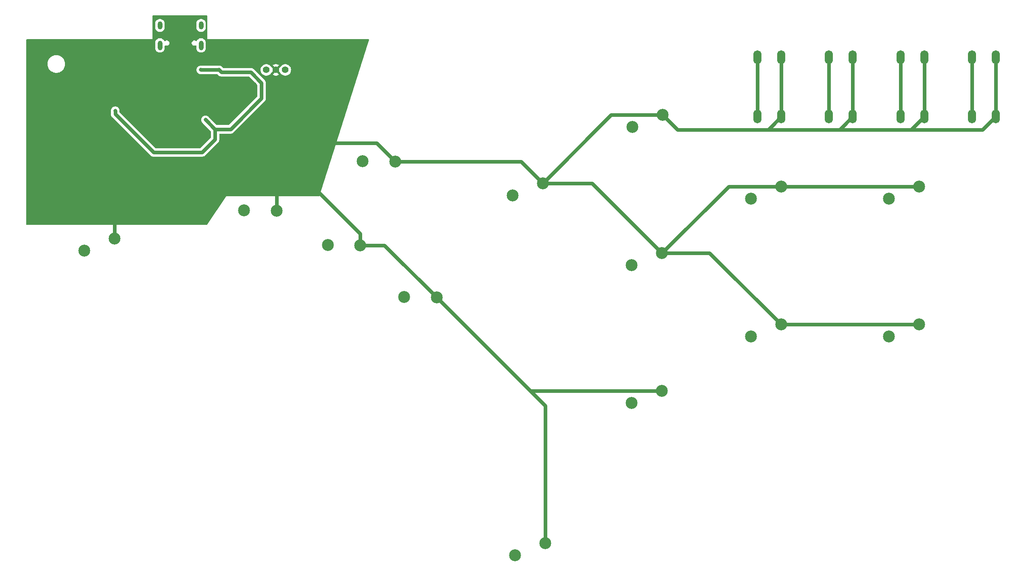
<source format=gbr>
%TF.GenerationSoftware,KiCad,Pcbnew,8.0.4*%
%TF.CreationDate,2024-07-22T23:57:25-07:00*%
%TF.ProjectId,leverless_controlller,6c657665-726c-4657-9373-5f636f6e7472,rev?*%
%TF.SameCoordinates,Original*%
%TF.FileFunction,Copper,L2,Bot*%
%TF.FilePolarity,Positive*%
%FSLAX46Y46*%
G04 Gerber Fmt 4.6, Leading zero omitted, Abs format (unit mm)*
G04 Created by KiCad (PCBNEW 8.0.4) date 2024-07-22 23:57:25*
%MOMM*%
%LPD*%
G01*
G04 APERTURE LIST*
%TA.AperFunction,ComponentPad*%
%ADD10C,2.500000*%
%TD*%
%TA.AperFunction,ComponentPad*%
%ADD11C,0.600000*%
%TD*%
%TA.AperFunction,ComponentPad*%
%ADD12O,1.700000X2.900000*%
%TD*%
%TA.AperFunction,ComponentPad*%
%ADD13C,1.400000*%
%TD*%
%TA.AperFunction,ComponentPad*%
%ADD14O,1.000000X2.000000*%
%TD*%
%TA.AperFunction,ComponentPad*%
%ADD15O,1.000000X1.700000*%
%TD*%
%TA.AperFunction,ViaPad*%
%ADD16C,0.800000*%
%TD*%
%TA.AperFunction,Conductor*%
%ADD17C,0.800000*%
%TD*%
G04 APERTURE END LIST*
D10*
%TO.P,SW9_HK1,1,1*%
%TO.N,R2*%
X225093943Y-87460000D03*
%TO.P,SW9_HK1,2,2*%
%TO.N,GND*%
X231443943Y-84920000D03*
%TD*%
D11*
%TO.P,,57,GND*%
%TO.N,GND*%
X83700000Y-36840000D03*
%TD*%
%TO.P,,57,GND*%
%TO.N,GND*%
X85732000Y-36840000D03*
%TD*%
D12*
%TO.P,SW11_START1,1,1*%
%TO.N,S2*%
X197500000Y-41250000D03*
X197500000Y-28750000D03*
%TO.P,SW11_START1,2,2*%
%TO.N,GND*%
X202500000Y-41250000D03*
X202500000Y-28750000D03*
%TD*%
D11*
%TO.P,,57,GND*%
%TO.N,GND*%
X85732000Y-35824000D03*
%TD*%
%TO.P,,57,GND*%
%TO.N,GND*%
X85732000Y-37856000D03*
%TD*%
D10*
%TO.P,SW20_RIGHT1,1,1*%
%TO.N,RIGHT*%
X123355978Y-79195322D03*
%TO.P,SW20_RIGHT1,2,2*%
%TO.N,GND*%
X130194629Y-79278708D03*
%TD*%
%TO.P,SW18_DOWN1,1,1*%
%TO.N,DOWN*%
X107286807Y-68209684D03*
%TO.P,SW18_DOWN1,2,2*%
%TO.N,GND*%
X114125458Y-68293070D03*
%TD*%
D13*
%TO.P,J2,1,Pin_1*%
%TO.N,/Main/SWCLK*%
X98380000Y-31430000D03*
%TO.P,J2,2,Pin_2*%
%TO.N,GND*%
X96380000Y-31430000D03*
%TO.P,J2,3,Pin_3*%
%TO.N,/Main/SWDIO*%
X94380000Y-31430000D03*
%TD*%
D10*
%TO.P,SW17_W1,1,1*%
%TO.N,W*%
X114576926Y-50609779D03*
%TO.P,SW17_W1,2,2*%
%TO.N,GND*%
X121415577Y-50693165D03*
%TD*%
%TO.P,SW3_MK1,1,1*%
%TO.N,B2*%
X196093943Y-87460000D03*
%TO.P,SW3_MK1,2,2*%
%TO.N,GND*%
X202443943Y-84920000D03*
%TD*%
%TO.P,SW2_LK1,1,1*%
%TO.N,B1*%
X171093943Y-101460000D03*
%TO.P,SW2_LK1,2,2*%
%TO.N,GND*%
X177443943Y-98920000D03*
%TD*%
%TO.P,SW8_DP1,1,1*%
%TO.N,L2*%
X56190000Y-69451696D03*
%TO.P,SW8_DP1,2,2*%
%TO.N,GND*%
X62540000Y-66911696D03*
%TD*%
%TO.P,SW12_THROW1,2,2*%
%TO.N,GND*%
X152420000Y-55250000D03*
%TO.P,SW12_THROW1,1,1*%
%TO.N,L3*%
X146070000Y-57790000D03*
%TD*%
D11*
%TO.P,,57,GND*%
%TO.N,GND*%
X84716000Y-37856000D03*
%TD*%
%TO.P,,57,GND*%
%TO.N,GND*%
X84716000Y-35824000D03*
%TD*%
%TO.P,,57,GND*%
%TO.N,GND*%
X84716000Y-36840000D03*
%TD*%
D14*
%TO.P,J1,S1,SHIELD*%
%TO.N,Net-(J1-SHIELD)*%
X80700000Y-26295000D03*
D15*
X80700000Y-22100000D03*
D14*
X72060000Y-26295000D03*
D15*
X72060000Y-22100000D03*
%TD*%
D10*
%TO.P,SW5_MP1,1,1*%
%TO.N,B4*%
X196093943Y-58460000D03*
%TO.P,SW5_MP1,2,2*%
%TO.N,GND*%
X202443943Y-55920000D03*
%TD*%
%TO.P,SW6_DI1,1,1*%
%TO.N,L1*%
X171274257Y-43460561D03*
%TO.P,SW6_DI1,2,2*%
%TO.N,GND*%
X177624257Y-40920561D03*
%TD*%
%TO.P,SW19_LEFT1,1,1*%
%TO.N,LEFT*%
X89686902Y-60919565D03*
%TO.P,SW19_LEFT1,2,2*%
%TO.N,GND*%
X96525553Y-61002951D03*
%TD*%
%TO.P,SW4_LP1,1,1*%
%TO.N,B3*%
X171093943Y-72460000D03*
%TO.P,SW4_LP1,2,2*%
%TO.N,GND*%
X177443943Y-69920000D03*
%TD*%
%TO.P,SW7_HP1,1,1*%
%TO.N,R1*%
X225093943Y-58460000D03*
%TO.P,SW7_HP1,2,2*%
%TO.N,GND*%
X231443943Y-55920000D03*
%TD*%
%TO.P,SW16_SPACE1,1,1*%
%TO.N,SPACE*%
X146594094Y-133445876D03*
%TO.P,SW16_SPACE1,2,2*%
%TO.N,GND*%
X152944094Y-130905876D03*
%TD*%
D12*
%TO.P,SW10_SHARE1,1,1*%
%TO.N,S1*%
X212500000Y-41250000D03*
X212500000Y-28750000D03*
%TO.P,SW10_SHARE1,2,2*%
%TO.N,GND*%
X217500000Y-41250000D03*
X217500000Y-28750000D03*
%TD*%
D11*
%TO.P,,57,GND*%
%TO.N,GND*%
X83700000Y-37856000D03*
%TD*%
%TO.P,,57,GND*%
%TO.N,GND*%
X83700000Y-35824000D03*
%TD*%
D12*
%TO.P,SW15_TOUCHPAD1,1,1*%
%TO.N,A2*%
X242500000Y-41250000D03*
X242500000Y-28750000D03*
%TO.P,SW15_TOUCHPAD1,2,2*%
%TO.N,GND*%
X247500000Y-41250000D03*
X247500000Y-28750000D03*
%TD*%
%TO.P,SW14_PS1,1,1*%
%TO.N,A1*%
X227500000Y-41250000D03*
X227500000Y-28750000D03*
%TO.P,SW14_PS1,2,2*%
%TO.N,GND*%
X232500000Y-41250000D03*
X232500000Y-28750000D03*
%TD*%
D16*
%TO.N,GND*%
X89380000Y-43430000D03*
X84630000Y-28930000D03*
X76778500Y-41602500D03*
X71880000Y-33930000D03*
X81668000Y-45222000D03*
X70873000Y-31252000D03*
X89669000Y-38364000D03*
X91880000Y-34430000D03*
X62745000Y-29220000D03*
X54880000Y-39930000D03*
X78880000Y-30930000D03*
X68968000Y-39761000D03*
X98813000Y-35189000D03*
%TO.N,+3.3V*%
X62672000Y-40015000D03*
X84480000Y-31430000D03*
X81630000Y-41930000D03*
X93380000Y-34180000D03*
X80630000Y-31430000D03*
X86880000Y-43930000D03*
%TD*%
D17*
%TO.N,GND*%
X149835922Y-98920000D02*
X149207961Y-98292039D01*
X177443943Y-98920000D02*
X149835922Y-98920000D01*
X149207961Y-98292039D02*
X152944094Y-102028173D01*
X130194629Y-79278708D02*
X149207961Y-98292039D01*
X214750000Y-44000000D02*
X199750000Y-44000000D01*
X229750000Y-44000000D02*
X214750000Y-44000000D01*
X244750000Y-44000000D02*
X229750000Y-44000000D01*
X247500000Y-41250000D02*
X244750000Y-44000000D01*
X230450000Y-43300000D02*
X229750000Y-44000000D01*
X215450000Y-43300000D02*
X214750000Y-44000000D01*
X199750000Y-44000000D02*
X180703696Y-44000000D01*
X200450000Y-43300000D02*
X199750000Y-44000000D01*
X180703696Y-44000000D02*
X177624257Y-40920561D01*
X232500000Y-41250000D02*
X230450000Y-43300000D01*
X217500000Y-41250000D02*
X215450000Y-43300000D01*
X202500000Y-41250000D02*
X200450000Y-43300000D01*
X231443943Y-55920000D02*
X202443943Y-55920000D01*
X231443943Y-84920000D02*
X202443943Y-84920000D01*
X177443943Y-69920000D02*
X187443943Y-69920000D01*
X187443943Y-69920000D02*
X202443943Y-84920000D01*
X191443943Y-55920000D02*
X177443943Y-69920000D01*
X202443943Y-55920000D02*
X191443943Y-55920000D01*
X162773943Y-55250000D02*
X177443943Y-69920000D01*
X152420000Y-55250000D02*
X162773943Y-55250000D01*
X166749439Y-40920561D02*
X152420000Y-55250000D01*
X177624257Y-40920561D02*
X166749439Y-40920561D01*
X147863165Y-50693165D02*
X152420000Y-55250000D01*
X121415577Y-50693165D02*
X147863165Y-50693165D01*
X152944094Y-102028173D02*
X152944094Y-130905876D01*
%TO.N,S2*%
X197500000Y-28750000D02*
X197500000Y-41250000D01*
%TO.N,GND*%
X202500000Y-41250000D02*
X202500000Y-28750000D01*
%TO.N,S1*%
X212500000Y-28750000D02*
X212500000Y-41250000D01*
%TO.N,GND*%
X217500000Y-28750000D02*
X217500000Y-41250000D01*
%TO.N,A1*%
X227500000Y-41250000D02*
X227500000Y-28750000D01*
%TO.N,GND*%
X232500000Y-28750000D02*
X232500000Y-41250000D01*
%TO.N,A2*%
X242500000Y-41250000D02*
X242500000Y-28750000D01*
%TO.N,GND*%
X247500000Y-28750000D02*
X247500000Y-41250000D01*
X178000000Y-98363943D02*
X177443943Y-98920000D01*
X119208991Y-68293070D02*
X114125458Y-68293070D01*
X114125458Y-68293070D02*
X114125458Y-65875458D01*
X130194629Y-79278708D02*
X119208991Y-68293070D01*
X62540000Y-66911696D02*
X62540000Y-63210000D01*
X96525553Y-54224447D02*
X96750000Y-54000000D01*
X117522412Y-46800000D02*
X108200000Y-46800000D01*
X114125458Y-65875458D02*
X102250000Y-54000000D01*
X177443943Y-69920000D02*
X178000000Y-70476057D01*
X62540000Y-63210000D02*
X62750000Y-63000000D01*
X121415577Y-50693165D02*
X117522412Y-46800000D01*
X96525553Y-61002951D02*
X96525553Y-54224447D01*
X177624257Y-40920561D02*
X177603696Y-40900000D01*
%TO.N,+3.3V*%
X93380000Y-37430000D02*
X86880000Y-43930000D01*
X93380000Y-34180000D02*
X93380000Y-37430000D01*
X83630000Y-46054000D02*
X83630000Y-43930000D01*
X84980000Y-31930000D02*
X91130000Y-31930000D01*
X86880000Y-43930000D02*
X83630000Y-43930000D01*
X91130000Y-31930000D02*
X93380000Y-34180000D01*
X80906000Y-48778000D02*
X83630000Y-46054000D01*
X62672000Y-40704000D02*
X70746000Y-48778000D01*
X84480000Y-31430000D02*
X80630000Y-31430000D01*
X83630000Y-43930000D02*
X81630000Y-41930000D01*
X70746000Y-48778000D02*
X80906000Y-48778000D01*
X84480000Y-31430000D02*
X84980000Y-31930000D01*
X62672000Y-40015000D02*
X62672000Y-40704000D01*
%TD*%
%TA.AperFunction,Conductor*%
%TO.N,GND*%
G36*
X81943039Y-20019685D02*
G01*
X81988794Y-20072489D01*
X82000000Y-20124000D01*
X82000000Y-25000000D01*
X115830420Y-25000000D01*
X115897459Y-25019685D01*
X115943214Y-25072489D01*
X115953158Y-25141647D01*
X115948583Y-25161594D01*
X108147750Y-49678499D01*
X105527492Y-57913597D01*
X105488407Y-57971512D01*
X105424216Y-57999103D01*
X105409329Y-58000000D01*
X86000000Y-58000000D01*
X82036811Y-63944783D01*
X81983246Y-63989644D01*
X81933637Y-64000000D01*
X44124000Y-64000000D01*
X44056961Y-63980315D01*
X44011206Y-63927511D01*
X44000000Y-63876000D01*
X44000000Y-40014999D01*
X61766540Y-40014999D01*
X61770821Y-40055731D01*
X61771500Y-40068692D01*
X61771500Y-40792696D01*
X61806103Y-40966658D01*
X61806105Y-40966666D01*
X61832132Y-41029500D01*
X61873987Y-41130548D01*
X61873989Y-41130551D01*
X61884208Y-41145844D01*
X61884210Y-41145847D01*
X61884212Y-41145849D01*
X61940795Y-41230532D01*
X61972537Y-41278038D01*
X61972538Y-41278039D01*
X70046536Y-49352035D01*
X70110299Y-49415798D01*
X70171966Y-49477465D01*
X70319446Y-49576009D01*
X70319459Y-49576016D01*
X70427874Y-49620922D01*
X70483334Y-49643894D01*
X70525935Y-49652368D01*
X70657305Y-49678500D01*
X70657308Y-49678500D01*
X80994693Y-49678500D01*
X80994694Y-49678499D01*
X81168666Y-49643895D01*
X81250606Y-49609953D01*
X81332547Y-49576013D01*
X81332549Y-49576011D01*
X81332552Y-49576010D01*
X81420955Y-49516939D01*
X81420955Y-49516938D01*
X81420959Y-49516936D01*
X81480036Y-49477464D01*
X84329464Y-46628035D01*
X84428013Y-46480547D01*
X84447895Y-46432547D01*
X84495895Y-46316666D01*
X84530500Y-46142692D01*
X84530500Y-45965308D01*
X84530500Y-44954500D01*
X84550185Y-44887461D01*
X84602989Y-44841706D01*
X84654500Y-44830500D01*
X86974645Y-44830500D01*
X86974646Y-44830500D01*
X87060699Y-44812208D01*
X87062134Y-44811912D01*
X87142666Y-44795895D01*
X87142671Y-44795893D01*
X87148495Y-44794127D01*
X87148628Y-44794568D01*
X87159319Y-44791247D01*
X87159509Y-44791206D01*
X87159803Y-44791144D01*
X87234057Y-44758082D01*
X87236955Y-44756837D01*
X87306547Y-44728013D01*
X87307633Y-44727287D01*
X87326095Y-44717104D01*
X87332730Y-44714151D01*
X87393039Y-44670333D01*
X87396966Y-44667595D01*
X87454036Y-44629464D01*
X87459735Y-44623763D01*
X87474533Y-44611124D01*
X87485871Y-44602888D01*
X87531265Y-44552471D01*
X87535697Y-44547801D01*
X94079464Y-38004036D01*
X94118936Y-37944959D01*
X94178013Y-37856547D01*
X94211953Y-37774606D01*
X94245895Y-37692666D01*
X94280500Y-37518692D01*
X94280500Y-37341308D01*
X94280500Y-34233692D01*
X94281179Y-34220731D01*
X94285460Y-34180000D01*
X94281179Y-34139266D01*
X94280500Y-34126306D01*
X94280500Y-34091309D01*
X94272360Y-34050393D01*
X94270656Y-34039156D01*
X94265674Y-33991744D01*
X94255095Y-33959189D01*
X94251412Y-33945075D01*
X94245895Y-33917334D01*
X94227350Y-33872563D01*
X94223986Y-33863442D01*
X94207180Y-33811718D01*
X94207179Y-33811716D01*
X94193426Y-33787896D01*
X94186257Y-33773359D01*
X94180341Y-33759075D01*
X94178695Y-33754474D01*
X94178013Y-33753453D01*
X94147368Y-33707591D01*
X94143088Y-33700708D01*
X94112531Y-33647781D01*
X94112530Y-33647780D01*
X94098637Y-33632350D01*
X94087684Y-33618268D01*
X94079464Y-33605965D01*
X94035724Y-33562225D01*
X94031255Y-33557516D01*
X93985872Y-33507113D01*
X93985871Y-33507112D01*
X93974525Y-33498869D01*
X93959734Y-33486235D01*
X93954035Y-33480536D01*
X91903499Y-31429999D01*
X93174357Y-31429999D01*
X93174357Y-31430000D01*
X93194884Y-31651535D01*
X93194885Y-31651537D01*
X93255769Y-31865523D01*
X93255775Y-31865538D01*
X93354938Y-32064683D01*
X93354943Y-32064691D01*
X93489020Y-32242238D01*
X93653437Y-32392123D01*
X93653439Y-32392125D01*
X93842595Y-32509245D01*
X93842596Y-32509245D01*
X93842599Y-32509247D01*
X94050060Y-32589618D01*
X94268757Y-32630500D01*
X94268759Y-32630500D01*
X94491241Y-32630500D01*
X94491243Y-32630500D01*
X94709940Y-32589618D01*
X94917401Y-32509247D01*
X95034280Y-32436879D01*
X95726672Y-32436879D01*
X95726672Y-32436880D01*
X95842821Y-32508797D01*
X95842822Y-32508798D01*
X96050195Y-32589134D01*
X96268807Y-32630000D01*
X96491193Y-32630000D01*
X96709809Y-32589133D01*
X96917168Y-32508801D01*
X96917181Y-32508795D01*
X97033326Y-32436879D01*
X96380001Y-31783553D01*
X96380000Y-31783553D01*
X95726672Y-32436879D01*
X95034280Y-32436879D01*
X95106562Y-32392124D01*
X95270981Y-32242236D01*
X95405058Y-32064689D01*
X95409232Y-32056305D01*
X95432553Y-32023892D01*
X96026447Y-31430000D01*
X95980369Y-31383922D01*
X96030000Y-31383922D01*
X96030000Y-31476078D01*
X96053852Y-31565095D01*
X96099930Y-31644905D01*
X96165095Y-31710070D01*
X96244905Y-31756148D01*
X96333922Y-31780000D01*
X96426078Y-31780000D01*
X96515095Y-31756148D01*
X96594905Y-31710070D01*
X96660070Y-31644905D01*
X96706148Y-31565095D01*
X96730000Y-31476078D01*
X96730000Y-31429999D01*
X96733553Y-31429999D01*
X96733553Y-31430000D01*
X97327447Y-32023894D01*
X97350765Y-32056301D01*
X97354942Y-32064689D01*
X97489020Y-32242238D01*
X97653437Y-32392123D01*
X97653439Y-32392125D01*
X97842595Y-32509245D01*
X97842596Y-32509245D01*
X97842599Y-32509247D01*
X98050060Y-32589618D01*
X98268757Y-32630500D01*
X98268759Y-32630500D01*
X98491241Y-32630500D01*
X98491243Y-32630500D01*
X98709940Y-32589618D01*
X98917401Y-32509247D01*
X99106562Y-32392124D01*
X99270981Y-32242236D01*
X99405058Y-32064689D01*
X99504229Y-31865528D01*
X99565115Y-31651536D01*
X99585643Y-31430000D01*
X99572593Y-31289171D01*
X99565115Y-31208464D01*
X99565114Y-31208462D01*
X99563341Y-31202231D01*
X99504229Y-30994472D01*
X99504224Y-30994461D01*
X99405061Y-30795316D01*
X99405056Y-30795308D01*
X99270979Y-30617761D01*
X99106562Y-30467876D01*
X99106560Y-30467874D01*
X98917404Y-30350754D01*
X98917398Y-30350752D01*
X98709940Y-30270382D01*
X98491243Y-30229500D01*
X98268757Y-30229500D01*
X98050060Y-30270382D01*
X97918864Y-30321207D01*
X97842601Y-30350752D01*
X97842595Y-30350754D01*
X97653439Y-30467874D01*
X97653437Y-30467876D01*
X97489019Y-30617762D01*
X97489017Y-30617765D01*
X97354943Y-30795309D01*
X97354940Y-30795313D01*
X97350763Y-30803702D01*
X97327448Y-30836103D01*
X96733553Y-31429999D01*
X96730000Y-31429999D01*
X96730000Y-31383922D01*
X96706148Y-31294905D01*
X96660070Y-31215095D01*
X96594905Y-31149930D01*
X96515095Y-31103852D01*
X96426078Y-31080000D01*
X96333922Y-31080000D01*
X96244905Y-31103852D01*
X96165095Y-31149930D01*
X96099930Y-31215095D01*
X96053852Y-31294905D01*
X96030000Y-31383922D01*
X95980369Y-31383922D01*
X95432553Y-30836106D01*
X95409233Y-30803695D01*
X95405060Y-30795315D01*
X95405056Y-30795308D01*
X95270979Y-30617761D01*
X95106562Y-30467876D01*
X95106560Y-30467874D01*
X95034278Y-30423119D01*
X95726671Y-30423119D01*
X96380000Y-31076447D01*
X96380001Y-31076447D01*
X97033327Y-30423119D01*
X96917178Y-30351202D01*
X96917177Y-30351201D01*
X96709804Y-30270865D01*
X96491193Y-30230000D01*
X96268807Y-30230000D01*
X96050195Y-30270865D01*
X95842824Y-30351200D01*
X95842823Y-30351201D01*
X95726671Y-30423119D01*
X95034278Y-30423119D01*
X94917404Y-30350754D01*
X94917398Y-30350752D01*
X94709940Y-30270382D01*
X94491243Y-30229500D01*
X94268757Y-30229500D01*
X94050060Y-30270382D01*
X93918864Y-30321207D01*
X93842601Y-30350752D01*
X93842595Y-30350754D01*
X93653439Y-30467874D01*
X93653437Y-30467876D01*
X93489020Y-30617761D01*
X93354943Y-30795308D01*
X93354938Y-30795316D01*
X93255775Y-30994461D01*
X93255769Y-30994476D01*
X93194885Y-31208462D01*
X93194884Y-31208464D01*
X93174357Y-31429999D01*
X91903499Y-31429999D01*
X91704035Y-31230535D01*
X91704030Y-31230531D01*
X91644961Y-31191064D01*
X91644960Y-31191063D01*
X91556544Y-31131985D01*
X91556542Y-31131984D01*
X91474607Y-31098046D01*
X91474606Y-31098046D01*
X91392666Y-31064105D01*
X91392658Y-31064103D01*
X91218696Y-31029500D01*
X91218692Y-31029500D01*
X91218691Y-31029500D01*
X85404362Y-31029500D01*
X85337323Y-31009815D01*
X85316681Y-30993181D01*
X85135716Y-30812216D01*
X85131246Y-30807506D01*
X85085875Y-30757115D01*
X85085871Y-30757112D01*
X85074531Y-30748873D01*
X85059738Y-30736238D01*
X85054036Y-30730536D01*
X85053687Y-30730303D01*
X84997021Y-30692439D01*
X84993028Y-30689656D01*
X84932732Y-30645850D01*
X84932728Y-30645848D01*
X84926092Y-30642893D01*
X84907643Y-30632719D01*
X84906551Y-30631989D01*
X84906546Y-30631986D01*
X84836993Y-30603177D01*
X84834010Y-30601895D01*
X84759806Y-30568857D01*
X84759804Y-30568856D01*
X84759803Y-30568856D01*
X84759294Y-30568747D01*
X84748632Y-30565437D01*
X84748500Y-30565874D01*
X84742667Y-30564105D01*
X84662222Y-30548103D01*
X84660633Y-30547776D01*
X84574650Y-30529500D01*
X84574646Y-30529500D01*
X84568691Y-30529500D01*
X80724646Y-30529500D01*
X80535354Y-30529500D01*
X80535350Y-30529500D01*
X80449334Y-30547783D01*
X80447745Y-30548110D01*
X80367336Y-30564105D01*
X80361514Y-30565871D01*
X80361382Y-30565437D01*
X80350720Y-30568744D01*
X80350200Y-30568854D01*
X80350199Y-30568854D01*
X80275969Y-30601904D01*
X80272986Y-30603185D01*
X80203457Y-30631984D01*
X80203450Y-30631988D01*
X80202346Y-30632726D01*
X80183911Y-30642892D01*
X80177272Y-30645848D01*
X80177264Y-30645853D01*
X80116976Y-30689653D01*
X80112986Y-30692434D01*
X80055968Y-30730533D01*
X80055958Y-30730542D01*
X80050253Y-30736246D01*
X80035472Y-30748870D01*
X80024129Y-30757111D01*
X80024126Y-30757114D01*
X79978742Y-30807517D01*
X79974277Y-30812222D01*
X79930539Y-30855961D01*
X79930532Y-30855969D01*
X79922310Y-30868275D01*
X79911362Y-30882350D01*
X79897472Y-30897776D01*
X79897467Y-30897784D01*
X79866914Y-30950703D01*
X79862630Y-30957591D01*
X79831988Y-31003450D01*
X79823741Y-31023360D01*
X79816569Y-31037902D01*
X79802824Y-31061710D01*
X79802821Y-31061715D01*
X79786010Y-31113451D01*
X79782643Y-31122578D01*
X79764106Y-31167333D01*
X79758589Y-31195066D01*
X79754905Y-31209183D01*
X79744325Y-31241747D01*
X79739340Y-31289171D01*
X79737638Y-31300396D01*
X79729500Y-31341310D01*
X79729500Y-31376306D01*
X79728821Y-31389266D01*
X79724540Y-31429999D01*
X79728821Y-31470731D01*
X79729500Y-31483692D01*
X79729500Y-31518695D01*
X79737637Y-31559602D01*
X79739341Y-31570831D01*
X79744325Y-31618253D01*
X79744325Y-31618254D01*
X79754904Y-31650811D01*
X79758590Y-31664938D01*
X79764104Y-31692662D01*
X79764105Y-31692664D01*
X79782644Y-31737423D01*
X79786012Y-31746554D01*
X79802819Y-31798279D01*
X79802822Y-31798286D01*
X79816569Y-31822097D01*
X79823742Y-31836643D01*
X79831984Y-31856542D01*
X79862634Y-31902413D01*
X79866919Y-31909304D01*
X79897468Y-31962218D01*
X79897469Y-31962219D01*
X79911357Y-31977643D01*
X79922307Y-31991721D01*
X79930534Y-32004033D01*
X79974274Y-32047773D01*
X79978744Y-32052483D01*
X80024129Y-32102888D01*
X80024131Y-32102890D01*
X80035467Y-32111126D01*
X80050263Y-32123763D01*
X80055961Y-32129461D01*
X80055965Y-32129464D01*
X80112994Y-32167570D01*
X80116967Y-32170339D01*
X80177270Y-32214151D01*
X80183902Y-32217104D01*
X80202361Y-32227283D01*
X80203453Y-32228013D01*
X80273042Y-32256836D01*
X80275987Y-32258102D01*
X80350197Y-32291144D01*
X80350696Y-32291250D01*
X80361370Y-32294562D01*
X80361503Y-32294125D01*
X80367330Y-32295892D01*
X80367334Y-32295894D01*
X80447816Y-32311902D01*
X80449282Y-32312204D01*
X80535354Y-32330500D01*
X80541309Y-32330500D01*
X84055639Y-32330500D01*
X84122678Y-32350185D01*
X84143320Y-32366819D01*
X84280536Y-32504035D01*
X84405965Y-32629464D01*
X84553453Y-32728013D01*
X84601452Y-32747895D01*
X84717334Y-32795895D01*
X84891303Y-32830499D01*
X84891307Y-32830500D01*
X84891308Y-32830500D01*
X84891309Y-32830500D01*
X90705638Y-32830500D01*
X90772677Y-32850185D01*
X90793319Y-32866819D01*
X92443181Y-34516680D01*
X92476666Y-34578003D01*
X92479500Y-34604361D01*
X92479500Y-37005638D01*
X92459815Y-37072677D01*
X92443181Y-37093319D01*
X86543319Y-42993181D01*
X86481996Y-43026666D01*
X86455638Y-43029500D01*
X84054362Y-43029500D01*
X83987323Y-43009815D01*
X83966681Y-42993181D01*
X82285715Y-41312215D01*
X82281245Y-41307505D01*
X82235875Y-41257115D01*
X82235871Y-41257112D01*
X82224531Y-41248873D01*
X82209738Y-41236238D01*
X82204036Y-41230536D01*
X82204032Y-41230533D01*
X82204031Y-41230532D01*
X82147021Y-41192439D01*
X82143028Y-41189657D01*
X82119977Y-41172910D01*
X82082730Y-41145849D01*
X82076081Y-41142888D01*
X82057636Y-41132716D01*
X82057022Y-41132305D01*
X82056546Y-41131987D01*
X82020459Y-41117039D01*
X81986984Y-41103173D01*
X81984039Y-41101907D01*
X81909804Y-41068856D01*
X81909618Y-41068816D01*
X81909294Y-41068747D01*
X81898632Y-41065437D01*
X81898500Y-41065874D01*
X81892667Y-41064105D01*
X81812222Y-41048103D01*
X81810633Y-41047776D01*
X81724650Y-41029500D01*
X81724646Y-41029500D01*
X81535354Y-41029500D01*
X81449306Y-41047789D01*
X81447717Y-41048115D01*
X81367333Y-41064104D01*
X81361508Y-41065871D01*
X81361378Y-41065443D01*
X81350726Y-41068743D01*
X81350202Y-41068854D01*
X81350198Y-41068855D01*
X81275971Y-41101902D01*
X81272994Y-41103181D01*
X81203453Y-41131988D01*
X81203450Y-41131989D01*
X81202342Y-41132730D01*
X81183921Y-41142886D01*
X81177279Y-41145843D01*
X81177273Y-41145847D01*
X81116993Y-41189641D01*
X81113004Y-41192421D01*
X81055967Y-41230533D01*
X81055955Y-41230543D01*
X81050251Y-41236247D01*
X81035468Y-41248872D01*
X81024136Y-41257105D01*
X81024126Y-41257114D01*
X80978751Y-41307507D01*
X80974286Y-41312212D01*
X80930539Y-41355960D01*
X80930532Y-41355968D01*
X80922308Y-41368277D01*
X80911361Y-41382352D01*
X80897468Y-41397782D01*
X80897467Y-41397783D01*
X80866907Y-41450713D01*
X80862626Y-41457597D01*
X80831987Y-41503454D01*
X80823742Y-41523357D01*
X80816575Y-41537890D01*
X80802820Y-41561716D01*
X80802818Y-41561721D01*
X80786010Y-41613449D01*
X80782642Y-41622580D01*
X80764105Y-41667333D01*
X80764103Y-41667341D01*
X80758588Y-41695067D01*
X80754902Y-41709193D01*
X80744326Y-41741743D01*
X80744325Y-41741746D01*
X80739341Y-41789160D01*
X80737639Y-41800384D01*
X80729500Y-41841307D01*
X80729500Y-41876306D01*
X80728821Y-41889266D01*
X80724540Y-41929999D01*
X80728821Y-41970731D01*
X80729500Y-41983692D01*
X80729500Y-42018692D01*
X80737639Y-42059614D01*
X80739341Y-42070839D01*
X80744325Y-42118249D01*
X80744326Y-42118256D01*
X80754903Y-42150807D01*
X80758587Y-42164927D01*
X80764105Y-42192665D01*
X80764106Y-42192670D01*
X80782641Y-42237417D01*
X80786011Y-42246550D01*
X80802820Y-42298282D01*
X80816571Y-42322100D01*
X80823743Y-42336644D01*
X80831986Y-42356544D01*
X80831988Y-42356547D01*
X80862626Y-42402402D01*
X80866910Y-42409290D01*
X80897467Y-42462216D01*
X80911355Y-42477640D01*
X80922307Y-42491721D01*
X80930535Y-42504035D01*
X80974283Y-42547783D01*
X80978752Y-42552492D01*
X81024129Y-42602888D01*
X81035467Y-42611125D01*
X81050261Y-42623761D01*
X82693181Y-44266681D01*
X82726666Y-44328004D01*
X82729500Y-44354362D01*
X82729500Y-45629638D01*
X82709815Y-45696677D01*
X82693181Y-45717319D01*
X80569319Y-47841181D01*
X80507996Y-47874666D01*
X80481638Y-47877500D01*
X71170361Y-47877500D01*
X71103322Y-47857815D01*
X71082680Y-47841181D01*
X63608819Y-40367319D01*
X63575334Y-40305996D01*
X63572500Y-40279638D01*
X63572500Y-40068692D01*
X63573179Y-40055731D01*
X63577460Y-40015000D01*
X63573179Y-39974266D01*
X63572500Y-39961306D01*
X63572500Y-39926309D01*
X63564360Y-39885393D01*
X63562656Y-39874156D01*
X63557674Y-39826744D01*
X63547094Y-39794183D01*
X63543409Y-39780059D01*
X63537895Y-39752339D01*
X63537894Y-39752338D01*
X63537894Y-39752334D01*
X63519352Y-39707569D01*
X63515990Y-39698455D01*
X63499181Y-39646720D01*
X63499178Y-39646715D01*
X63485424Y-39622892D01*
X63478256Y-39608355D01*
X63470014Y-39588456D01*
X63470013Y-39588454D01*
X63470013Y-39588453D01*
X63439359Y-39542577D01*
X63435088Y-39535708D01*
X63404534Y-39482785D01*
X63404530Y-39482780D01*
X63390637Y-39467350D01*
X63379684Y-39453268D01*
X63371464Y-39440965D01*
X63327721Y-39397222D01*
X63323255Y-39392516D01*
X63277871Y-39342112D01*
X63277870Y-39342111D01*
X63266527Y-39333870D01*
X63251737Y-39321238D01*
X63246035Y-39315536D01*
X63189008Y-39277431D01*
X63185016Y-39274649D01*
X63124730Y-39230849D01*
X63118092Y-39227893D01*
X63099643Y-39217719D01*
X63098551Y-39216989D01*
X63098546Y-39216986D01*
X63028993Y-39188177D01*
X63026010Y-39186895D01*
X62951806Y-39153856D01*
X62951797Y-39153853D01*
X62951285Y-39153745D01*
X62940626Y-39150438D01*
X62940494Y-39150874D01*
X62934667Y-39149106D01*
X62934666Y-39149106D01*
X62934663Y-39149105D01*
X62934662Y-39149105D01*
X62854268Y-39133113D01*
X62852715Y-39132794D01*
X62766646Y-39114500D01*
X62577354Y-39114500D01*
X62577350Y-39114500D01*
X62491334Y-39132783D01*
X62489745Y-39133110D01*
X62409336Y-39149105D01*
X62403514Y-39150871D01*
X62403382Y-39150437D01*
X62392720Y-39153744D01*
X62392200Y-39153854D01*
X62392199Y-39153854D01*
X62317969Y-39186904D01*
X62314986Y-39188185D01*
X62245457Y-39216984D01*
X62245450Y-39216988D01*
X62244346Y-39217726D01*
X62225911Y-39227892D01*
X62219272Y-39230848D01*
X62219264Y-39230853D01*
X62158976Y-39274653D01*
X62154986Y-39277434D01*
X62097968Y-39315533D01*
X62097958Y-39315542D01*
X62092253Y-39321246D01*
X62077472Y-39333870D01*
X62066129Y-39342111D01*
X62066126Y-39342114D01*
X62020742Y-39392517D01*
X62016277Y-39397222D01*
X61972539Y-39440961D01*
X61972532Y-39440969D01*
X61964310Y-39453275D01*
X61953362Y-39467350D01*
X61939472Y-39482776D01*
X61939467Y-39482784D01*
X61908914Y-39535703D01*
X61904630Y-39542591D01*
X61873988Y-39588450D01*
X61865741Y-39608360D01*
X61858569Y-39622902D01*
X61844824Y-39646710D01*
X61844821Y-39646715D01*
X61828010Y-39698451D01*
X61824643Y-39707578D01*
X61806106Y-39752333D01*
X61800589Y-39780066D01*
X61796905Y-39794183D01*
X61786325Y-39826747D01*
X61781340Y-39874171D01*
X61779638Y-39885396D01*
X61771500Y-39926310D01*
X61771500Y-39961306D01*
X61770821Y-39974266D01*
X61766540Y-40014999D01*
X44000000Y-40014999D01*
X44000000Y-30078711D01*
X48449500Y-30078711D01*
X48449500Y-30078712D01*
X48449500Y-30321288D01*
X48481162Y-30561789D01*
X48533499Y-30757111D01*
X48543947Y-30796104D01*
X48636773Y-31020205D01*
X48636777Y-31020214D01*
X48646989Y-31037902D01*
X48758064Y-31230289D01*
X48758066Y-31230292D01*
X48758067Y-31230293D01*
X48905733Y-31422736D01*
X48905739Y-31422743D01*
X49077256Y-31594260D01*
X49077262Y-31594265D01*
X49269711Y-31741936D01*
X49479788Y-31863224D01*
X49703900Y-31956054D01*
X49938211Y-32018838D01*
X50118586Y-32042584D01*
X50178711Y-32050500D01*
X50178712Y-32050500D01*
X50421289Y-32050500D01*
X50469388Y-32044167D01*
X50661789Y-32018838D01*
X50896100Y-31956054D01*
X51120212Y-31863224D01*
X51330289Y-31741936D01*
X51522738Y-31594265D01*
X51694265Y-31422738D01*
X51841936Y-31230289D01*
X51963224Y-31020212D01*
X52056054Y-30796100D01*
X52118838Y-30561789D01*
X52150500Y-30321288D01*
X52150500Y-30078712D01*
X52118838Y-29838211D01*
X52056054Y-29603900D01*
X51963224Y-29379788D01*
X51841936Y-29169711D01*
X51694265Y-28977262D01*
X51694260Y-28977256D01*
X51522743Y-28805739D01*
X51522736Y-28805733D01*
X51330293Y-28658067D01*
X51330292Y-28658066D01*
X51330289Y-28658064D01*
X51120212Y-28536776D01*
X51120205Y-28536773D01*
X50896104Y-28443947D01*
X50661785Y-28381161D01*
X50421289Y-28349500D01*
X50421288Y-28349500D01*
X50178712Y-28349500D01*
X50178711Y-28349500D01*
X49938214Y-28381161D01*
X49703895Y-28443947D01*
X49479794Y-28536773D01*
X49479785Y-28536777D01*
X49269706Y-28658067D01*
X49077263Y-28805733D01*
X49077256Y-28805739D01*
X48905739Y-28977256D01*
X48905733Y-28977263D01*
X48758067Y-29169706D01*
X48636777Y-29379785D01*
X48636773Y-29379794D01*
X48543947Y-29603895D01*
X48481161Y-29838214D01*
X48449500Y-30078711D01*
X44000000Y-30078711D01*
X44000000Y-26893543D01*
X71059499Y-26893543D01*
X71097947Y-27086829D01*
X71097950Y-27086839D01*
X71173364Y-27268907D01*
X71173371Y-27268920D01*
X71282860Y-27432781D01*
X71282863Y-27432785D01*
X71422214Y-27572136D01*
X71422218Y-27572139D01*
X71586079Y-27681628D01*
X71586092Y-27681635D01*
X71768160Y-27757049D01*
X71768165Y-27757051D01*
X71768169Y-27757051D01*
X71768170Y-27757052D01*
X71961456Y-27795500D01*
X71961459Y-27795500D01*
X72158543Y-27795500D01*
X72288582Y-27769632D01*
X72351835Y-27757051D01*
X72533914Y-27681632D01*
X72697782Y-27572139D01*
X72837139Y-27432782D01*
X72946632Y-27268914D01*
X73022051Y-27086835D01*
X73060500Y-26893541D01*
X73060500Y-26397464D01*
X73080185Y-26330425D01*
X73132989Y-26284670D01*
X73202147Y-26274726D01*
X73246499Y-26290077D01*
X73277515Y-26307984D01*
X73417525Y-26345500D01*
X73417528Y-26345500D01*
X73562472Y-26345500D01*
X73562475Y-26345500D01*
X73702485Y-26307984D01*
X73828015Y-26235509D01*
X73930509Y-26133015D01*
X74002984Y-26007485D01*
X74040500Y-25867475D01*
X74040500Y-25722525D01*
X78719500Y-25722525D01*
X78719500Y-25867475D01*
X78757016Y-26007485D01*
X78757017Y-26007488D01*
X78829488Y-26133011D01*
X78829490Y-26133013D01*
X78829491Y-26133015D01*
X78931985Y-26235509D01*
X78931986Y-26235510D01*
X78931988Y-26235511D01*
X79057511Y-26307982D01*
X79057512Y-26307982D01*
X79057515Y-26307984D01*
X79197525Y-26345500D01*
X79197528Y-26345500D01*
X79342472Y-26345500D01*
X79342475Y-26345500D01*
X79482485Y-26307984D01*
X79513499Y-26290077D01*
X79581397Y-26273604D01*
X79647425Y-26296455D01*
X79690617Y-26351375D01*
X79699500Y-26397464D01*
X79699500Y-26893541D01*
X79699500Y-26893543D01*
X79699499Y-26893543D01*
X79737947Y-27086829D01*
X79737950Y-27086839D01*
X79813364Y-27268907D01*
X79813371Y-27268920D01*
X79922860Y-27432781D01*
X79922863Y-27432785D01*
X80062214Y-27572136D01*
X80062218Y-27572139D01*
X80226079Y-27681628D01*
X80226092Y-27681635D01*
X80408160Y-27757049D01*
X80408165Y-27757051D01*
X80408169Y-27757051D01*
X80408170Y-27757052D01*
X80601456Y-27795500D01*
X80601459Y-27795500D01*
X80798543Y-27795500D01*
X80928582Y-27769632D01*
X80991835Y-27757051D01*
X81173914Y-27681632D01*
X81337782Y-27572139D01*
X81477139Y-27432782D01*
X81586632Y-27268914D01*
X81662051Y-27086835D01*
X81700500Y-26893541D01*
X81700500Y-25696459D01*
X81700500Y-25696456D01*
X81662052Y-25503170D01*
X81662051Y-25503169D01*
X81662051Y-25503165D01*
X81617219Y-25394929D01*
X81586635Y-25321092D01*
X81586628Y-25321079D01*
X81477139Y-25157218D01*
X81477136Y-25157214D01*
X81337785Y-25017863D01*
X81337781Y-25017860D01*
X81173920Y-24908371D01*
X81173907Y-24908364D01*
X80991839Y-24832950D01*
X80991829Y-24832947D01*
X80798543Y-24794500D01*
X80798541Y-24794500D01*
X80601459Y-24794500D01*
X80601457Y-24794500D01*
X80408170Y-24832947D01*
X80408160Y-24832950D01*
X80226092Y-24908364D01*
X80226079Y-24908371D01*
X80062218Y-25017860D01*
X80062214Y-25017863D01*
X79922863Y-25157214D01*
X79922860Y-25157218D01*
X79813371Y-25321079D01*
X79810498Y-25326456D01*
X79808761Y-25325527D01*
X79770611Y-25372867D01*
X79704316Y-25394929D01*
X79636617Y-25377648D01*
X79612213Y-25358689D01*
X79608017Y-25354493D01*
X79608011Y-25354488D01*
X79482488Y-25282017D01*
X79482489Y-25282017D01*
X79471006Y-25278940D01*
X79342475Y-25244500D01*
X79197525Y-25244500D01*
X79068993Y-25278940D01*
X79057511Y-25282017D01*
X78931988Y-25354488D01*
X78931982Y-25354493D01*
X78829493Y-25456982D01*
X78829488Y-25456988D01*
X78757017Y-25582511D01*
X78757016Y-25582515D01*
X78719500Y-25722525D01*
X74040500Y-25722525D01*
X74002984Y-25582515D01*
X73957168Y-25503160D01*
X73930511Y-25456988D01*
X73930506Y-25456982D01*
X73828017Y-25354493D01*
X73828011Y-25354488D01*
X73702488Y-25282017D01*
X73702489Y-25282017D01*
X73691006Y-25278940D01*
X73562475Y-25244500D01*
X73417525Y-25244500D01*
X73288993Y-25278940D01*
X73277511Y-25282017D01*
X73151988Y-25354488D01*
X73147782Y-25358694D01*
X73086457Y-25392176D01*
X73016766Y-25387188D01*
X72960834Y-25345313D01*
X72949960Y-25326211D01*
X72949502Y-25326456D01*
X72946628Y-25321079D01*
X72837139Y-25157218D01*
X72837136Y-25157214D01*
X72697785Y-25017863D01*
X72697781Y-25017860D01*
X72533920Y-24908371D01*
X72533907Y-24908364D01*
X72351839Y-24832950D01*
X72351829Y-24832947D01*
X72158543Y-24794500D01*
X72158541Y-24794500D01*
X71961459Y-24794500D01*
X71961457Y-24794500D01*
X71768170Y-24832947D01*
X71768160Y-24832950D01*
X71586092Y-24908364D01*
X71586079Y-24908371D01*
X71422218Y-25017860D01*
X71422214Y-25017863D01*
X71282863Y-25157214D01*
X71282860Y-25157218D01*
X71173371Y-25321079D01*
X71173364Y-25321092D01*
X71097950Y-25503160D01*
X71097947Y-25503170D01*
X71059500Y-25696456D01*
X71059500Y-25696459D01*
X71059500Y-26893541D01*
X71059500Y-26893543D01*
X71059499Y-26893543D01*
X44000000Y-26893543D01*
X44000000Y-25124000D01*
X44019685Y-25056961D01*
X44072489Y-25011206D01*
X44124000Y-25000000D01*
X70500000Y-25000000D01*
X70500000Y-22548543D01*
X71059499Y-22548543D01*
X71097947Y-22741829D01*
X71097950Y-22741839D01*
X71173364Y-22923907D01*
X71173371Y-22923920D01*
X71282860Y-23087781D01*
X71282863Y-23087785D01*
X71422214Y-23227136D01*
X71422218Y-23227139D01*
X71586079Y-23336628D01*
X71586092Y-23336635D01*
X71768160Y-23412049D01*
X71768165Y-23412051D01*
X71768169Y-23412051D01*
X71768170Y-23412052D01*
X71961456Y-23450500D01*
X71961459Y-23450500D01*
X72158543Y-23450500D01*
X72288582Y-23424632D01*
X72351835Y-23412051D01*
X72533914Y-23336632D01*
X72697782Y-23227139D01*
X72837139Y-23087782D01*
X72946632Y-22923914D01*
X73022051Y-22741835D01*
X73060500Y-22548543D01*
X79699499Y-22548543D01*
X79737947Y-22741829D01*
X79737950Y-22741839D01*
X79813364Y-22923907D01*
X79813371Y-22923920D01*
X79922860Y-23087781D01*
X79922863Y-23087785D01*
X80062214Y-23227136D01*
X80062218Y-23227139D01*
X80226079Y-23336628D01*
X80226092Y-23336635D01*
X80408160Y-23412049D01*
X80408165Y-23412051D01*
X80408169Y-23412051D01*
X80408170Y-23412052D01*
X80601456Y-23450500D01*
X80601459Y-23450500D01*
X80798543Y-23450500D01*
X80928582Y-23424632D01*
X80991835Y-23412051D01*
X81173914Y-23336632D01*
X81337782Y-23227139D01*
X81477139Y-23087782D01*
X81586632Y-22923914D01*
X81662051Y-22741835D01*
X81700500Y-22548541D01*
X81700500Y-21651459D01*
X81700500Y-21651456D01*
X81662052Y-21458170D01*
X81662051Y-21458169D01*
X81662051Y-21458165D01*
X81662049Y-21458160D01*
X81586635Y-21276092D01*
X81586628Y-21276079D01*
X81477139Y-21112218D01*
X81477136Y-21112214D01*
X81337785Y-20972863D01*
X81337781Y-20972860D01*
X81173920Y-20863371D01*
X81173907Y-20863364D01*
X80991839Y-20787950D01*
X80991829Y-20787947D01*
X80798543Y-20749500D01*
X80798541Y-20749500D01*
X80601459Y-20749500D01*
X80601457Y-20749500D01*
X80408170Y-20787947D01*
X80408160Y-20787950D01*
X80226092Y-20863364D01*
X80226079Y-20863371D01*
X80062218Y-20972860D01*
X80062214Y-20972863D01*
X79922863Y-21112214D01*
X79922860Y-21112218D01*
X79813371Y-21276079D01*
X79813364Y-21276092D01*
X79737950Y-21458160D01*
X79737947Y-21458170D01*
X79699500Y-21651456D01*
X79699500Y-21651459D01*
X79699500Y-22548541D01*
X79699500Y-22548543D01*
X79699499Y-22548543D01*
X73060500Y-22548543D01*
X73060500Y-22548541D01*
X73060500Y-21651459D01*
X73060500Y-21651456D01*
X73022052Y-21458170D01*
X73022051Y-21458169D01*
X73022051Y-21458165D01*
X73022049Y-21458160D01*
X72946635Y-21276092D01*
X72946628Y-21276079D01*
X72837139Y-21112218D01*
X72837136Y-21112214D01*
X72697785Y-20972863D01*
X72697781Y-20972860D01*
X72533920Y-20863371D01*
X72533907Y-20863364D01*
X72351839Y-20787950D01*
X72351829Y-20787947D01*
X72158543Y-20749500D01*
X72158541Y-20749500D01*
X71961459Y-20749500D01*
X71961457Y-20749500D01*
X71768170Y-20787947D01*
X71768160Y-20787950D01*
X71586092Y-20863364D01*
X71586079Y-20863371D01*
X71422218Y-20972860D01*
X71422214Y-20972863D01*
X71282863Y-21112214D01*
X71282860Y-21112218D01*
X71173371Y-21276079D01*
X71173364Y-21276092D01*
X71097950Y-21458160D01*
X71097947Y-21458170D01*
X71059500Y-21651456D01*
X71059500Y-21651459D01*
X71059500Y-22548541D01*
X71059500Y-22548543D01*
X71059499Y-22548543D01*
X70500000Y-22548543D01*
X70500000Y-20124000D01*
X70519685Y-20056961D01*
X70572489Y-20011206D01*
X70624000Y-20000000D01*
X81876000Y-20000000D01*
X81943039Y-20019685D01*
G37*
%TD.AperFunction*%
%TD*%
M02*

</source>
